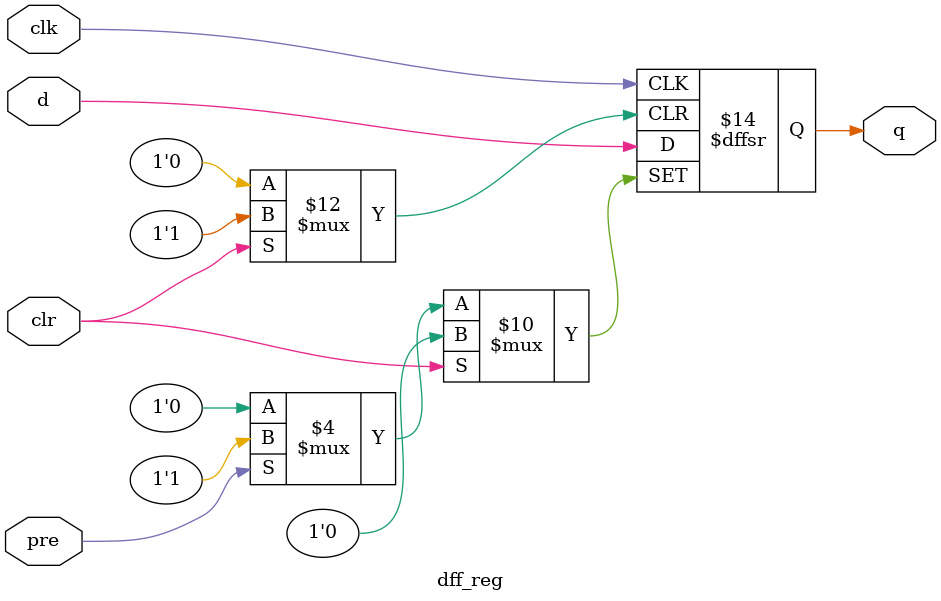
<source format=v>
module register(
    // Control signals
    input  wire        CLK,      // Clock
    input  wire        CLR,      // Clear (active low)

    // Data inputs (16-bit) - r_d inputs from transfer module
    input  wire [15:0] r0_d,
    input  wire [15:0] r1_d,
    input  wire [15:0] r2_d,
    input  wire [15:0] r3_d,
    input  wire [15:0] r4_d,
    input  wire [15:0] r5_d,
    input  wire [15:0] r6_d,
    input  wire [15:0] r7_d,
    input  wire [15:0] b0_d,
    input  wire [15:0] SMA_out,  // MARの入力 (transfer_SMAから)
    input  wire [15:0] SMD_out,  // MDRの入力 (transfer_SMDから)
    input  wire [15:0] MMD_out,  // MDRの入力 (transfer_MMDから)
    input  wire [15:0] MIS_out,  // ISRの入力 (transfer_MISから)

    // Data outputs (16-bit) - individual outputs instead of array
    output wire [15:0] r0_q,
    output wire [15:0] r1_q,
    output wire [15:0] r2_q,
    output wire [15:0] r3_q,
    output wire [15:0] r4_q,
    output wire [15:0] r5_q,
    output wire [15:0] r6_q,
    output wire [15:0] r7_q,
    output wire [15:0] b0_q,
    output wire [15:0] mar_q,
    output wire [15:0] mdr_q,
    output wire [15:0] isr_q
);

    // Internal registers (array for R0-R7)
    wire [15:0] output_r [0:7];
    wire [15:0] output_b0;
    wire [15:0] output_mar;
    wire [15:0] output_mdr;
    wire [15:0] MDR_d;
    wire [15:0] output_isr;

    // CLR is active-low, DFF expects active-high
    wire clr_h = ~CLR;
    
    assign MDR_d = MMD_out | SMD_out;

    // レジスタの中身を更新 - DFFでr_dからr_qへ出力
    generate
        genvar k;
        // R0の各ビットにDFFをインスタンス化
        for (k = 0; k < 16; k = k + 1) begin : r0_gen
            dff_reg dff_r0 (.clk(CLK), .pre(1'b0), .clr(clr_h), .d(r0_d[k]), .q(output_r[0][k]));
        end
        // R1の各ビットにDFFをインスタンス化
        for (k = 0; k < 16; k = k + 1) begin : r1_gen
            dff_reg dff_r1 (.clk(CLK), .pre(1'b0), .clr(clr_h), .d(r1_d[k]), .q(output_r[1][k]));
        end
        // R2の各ビットにDFFをインスタンス化
        for (k = 0; k < 16; k = k + 1) begin : r2_gen
            dff_reg dff_r2 (.clk(CLK), .pre(1'b0), .clr(clr_h), .d(r2_d[k]), .q(output_r[2][k]));
        end
        // R3の各ビットにDFFをインスタンス化
        for (k = 0; k < 16; k = k + 1) begin : r3_gen
            dff_reg dff_r3 (.clk(CLK), .pre(1'b0), .clr(clr_h), .d(r3_d[k]), .q(output_r[3][k]));
        end
        // R4の各ビットにDFFをインスタンス化
        for (k = 0; k < 16; k = k + 1) begin : r4_gen
            dff_reg dff_r4 (.clk(CLK), .pre(1'b0), .clr(clr_h), .d(r4_d[k]), .q(output_r[4][k]));
        end
        // R5の各ビットにDFFをインスタンス化
        for (k = 0; k < 16; k = k + 1) begin : r5_gen
            dff_reg dff_r5 (.clk(CLK), .pre(1'b0), .clr(clr_h), .d(r5_d[k]), .q(output_r[5][k]));
        end
        // R6の各ビットにDFFをインスタンス化
        for (k = 0; k < 16; k = k + 1) begin : r6_gen
            dff_reg dff_r6 (.clk(CLK), .pre(1'b0), .clr(clr_h), .d(r6_d[k]), .q(output_r[6][k]));
        end
        // R7の各ビットにDFFをインスタンス化
        for (k = 0; k < 16; k = k + 1) begin : r7_gen
            dff_reg dff_r7 (.clk(CLK), .pre(1'b0), .clr(clr_h), .d(r7_d[k]), .q(output_r[7][k]));
        end
        // B0の各ビットにDFFをインスタンス化
        for (k = 0; k < 16; k = k + 1) begin : b0_gen
            dff_reg dff_b0 (.clk(CLK), .pre(1'b0), .clr(clr_h), .d(b0_d[k]), .q(output_b0[k]));
        end
        // MARの各ビットにDFFをインスタンス化
        for (k = 0; k < 16; k = k + 1) begin : mar_gen
            dff_reg dff_mar (.clk(CLK), .pre(1'b0), .clr(clr_h), .d(SMA_out[k]), .q(output_mar[k]));
        end
        // MDRの各ビットにDFFをインスタンス化
        for (k = 0; k < 16; k = k + 1) begin : mdr_gen
            dff_reg dff_mdr (.clk(CLK), .pre(1'b0), .clr(clr_h), .d(MDR_d[k]), .q(output_mdr[k]));
        end
        // ISRの各ビットにDFFをインスタンス化
        for (k = 0; k < 16; k = k + 1) begin : isr_gen
            dff_reg dff_isr (.clk(CLK), .pre(1'b0), .clr(clr_h), .d(MIS_out[k]), .q(output_isr[k]));
        end
    endgenerate

    // 出力を個別に割り当て
    assign r0_q = output_r[0];
    assign r1_q = output_r[1];
    assign r2_q = output_r[2];
    assign r3_q = output_r[3];
    assign r4_q = output_r[4];
    assign r5_q = output_r[5];
    assign r6_q = output_r[6];
    assign r7_q = output_r[7];
    assign b0_q = output_b0;
    assign mar_q = output_mar;
    assign mdr_q = output_mdr;
    assign isr_q = output_isr;

endmodule

// D-Flip-Flop module (renamed from "dff" to "dff_reg" to avoid Quartus primitive conflict)
module dff_reg (
    input  wire clk,
    input  wire pre,   // async preset, active-high
    input  wire clr,   // async clear,  active-high
    input  wire d,
    output reg  q
);
    // 優先順位を明確化（一般に CLR を最優先）
    always @(posedge clk or posedge pre or posedge clr) begin
        if (clr)      q <= 1'b0;  // 非同期クリア
        else if (pre) q <= 1'b1;  // 非同期プリセット
        else          q <= d;     // クロック同期でDをラッチ
    end
endmodule

</source>
